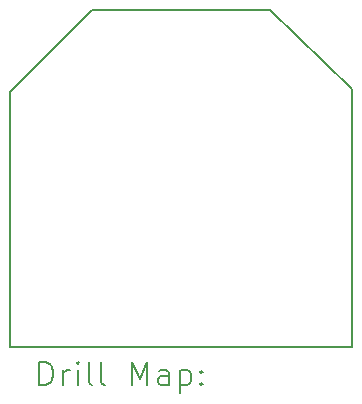
<source format=gbr>
%TF.GenerationSoftware,KiCad,Pcbnew,8.0.6*%
%TF.CreationDate,2024-12-04T14:05:33-08:00*%
%TF.ProjectId,micromppt,6d696372-6f6d-4707-9074-2e6b69636164,rev?*%
%TF.SameCoordinates,Original*%
%TF.FileFunction,Drillmap*%
%TF.FilePolarity,Positive*%
%FSLAX45Y45*%
G04 Gerber Fmt 4.5, Leading zero omitted, Abs format (unit mm)*
G04 Created by KiCad (PCBNEW 8.0.6) date 2024-12-04 14:05:33*
%MOMM*%
%LPD*%
G01*
G04 APERTURE LIST*
%ADD10C,0.200000*%
G04 APERTURE END LIST*
D10*
X9400000Y-6775000D02*
X9400000Y-4590000D01*
X6500000Y-4610000D02*
X6500000Y-6775000D01*
X6500000Y-4610000D02*
X7200000Y-3920000D01*
X9400000Y-4590000D02*
X8700000Y-3920000D01*
X8700000Y-3920000D02*
X7200000Y-3920000D01*
X6500000Y-6775000D02*
X9400000Y-6775000D01*
X6750777Y-7096484D02*
X6750777Y-6896484D01*
X6750777Y-6896484D02*
X6798396Y-6896484D01*
X6798396Y-6896484D02*
X6826967Y-6906008D01*
X6826967Y-6906008D02*
X6846015Y-6925055D01*
X6846015Y-6925055D02*
X6855539Y-6944103D01*
X6855539Y-6944103D02*
X6865062Y-6982198D01*
X6865062Y-6982198D02*
X6865062Y-7010769D01*
X6865062Y-7010769D02*
X6855539Y-7048865D01*
X6855539Y-7048865D02*
X6846015Y-7067912D01*
X6846015Y-7067912D02*
X6826967Y-7086960D01*
X6826967Y-7086960D02*
X6798396Y-7096484D01*
X6798396Y-7096484D02*
X6750777Y-7096484D01*
X6950777Y-7096484D02*
X6950777Y-6963150D01*
X6950777Y-7001246D02*
X6960301Y-6982198D01*
X6960301Y-6982198D02*
X6969824Y-6972674D01*
X6969824Y-6972674D02*
X6988872Y-6963150D01*
X6988872Y-6963150D02*
X7007920Y-6963150D01*
X7074586Y-7096484D02*
X7074586Y-6963150D01*
X7074586Y-6896484D02*
X7065062Y-6906008D01*
X7065062Y-6906008D02*
X7074586Y-6915531D01*
X7074586Y-6915531D02*
X7084110Y-6906008D01*
X7084110Y-6906008D02*
X7074586Y-6896484D01*
X7074586Y-6896484D02*
X7074586Y-6915531D01*
X7198396Y-7096484D02*
X7179348Y-7086960D01*
X7179348Y-7086960D02*
X7169824Y-7067912D01*
X7169824Y-7067912D02*
X7169824Y-6896484D01*
X7303158Y-7096484D02*
X7284110Y-7086960D01*
X7284110Y-7086960D02*
X7274586Y-7067912D01*
X7274586Y-7067912D02*
X7274586Y-6896484D01*
X7531729Y-7096484D02*
X7531729Y-6896484D01*
X7531729Y-6896484D02*
X7598396Y-7039341D01*
X7598396Y-7039341D02*
X7665062Y-6896484D01*
X7665062Y-6896484D02*
X7665062Y-7096484D01*
X7846015Y-7096484D02*
X7846015Y-6991722D01*
X7846015Y-6991722D02*
X7836491Y-6972674D01*
X7836491Y-6972674D02*
X7817443Y-6963150D01*
X7817443Y-6963150D02*
X7779348Y-6963150D01*
X7779348Y-6963150D02*
X7760301Y-6972674D01*
X7846015Y-7086960D02*
X7826967Y-7096484D01*
X7826967Y-7096484D02*
X7779348Y-7096484D01*
X7779348Y-7096484D02*
X7760301Y-7086960D01*
X7760301Y-7086960D02*
X7750777Y-7067912D01*
X7750777Y-7067912D02*
X7750777Y-7048865D01*
X7750777Y-7048865D02*
X7760301Y-7029817D01*
X7760301Y-7029817D02*
X7779348Y-7020293D01*
X7779348Y-7020293D02*
X7826967Y-7020293D01*
X7826967Y-7020293D02*
X7846015Y-7010769D01*
X7941253Y-6963150D02*
X7941253Y-7163150D01*
X7941253Y-6972674D02*
X7960301Y-6963150D01*
X7960301Y-6963150D02*
X7998396Y-6963150D01*
X7998396Y-6963150D02*
X8017443Y-6972674D01*
X8017443Y-6972674D02*
X8026967Y-6982198D01*
X8026967Y-6982198D02*
X8036491Y-7001246D01*
X8036491Y-7001246D02*
X8036491Y-7058388D01*
X8036491Y-7058388D02*
X8026967Y-7077436D01*
X8026967Y-7077436D02*
X8017443Y-7086960D01*
X8017443Y-7086960D02*
X7998396Y-7096484D01*
X7998396Y-7096484D02*
X7960301Y-7096484D01*
X7960301Y-7096484D02*
X7941253Y-7086960D01*
X8122205Y-7077436D02*
X8131729Y-7086960D01*
X8131729Y-7086960D02*
X8122205Y-7096484D01*
X8122205Y-7096484D02*
X8112682Y-7086960D01*
X8112682Y-7086960D02*
X8122205Y-7077436D01*
X8122205Y-7077436D02*
X8122205Y-7096484D01*
X8122205Y-6972674D02*
X8131729Y-6982198D01*
X8131729Y-6982198D02*
X8122205Y-6991722D01*
X8122205Y-6991722D02*
X8112682Y-6982198D01*
X8112682Y-6982198D02*
X8122205Y-6972674D01*
X8122205Y-6972674D02*
X8122205Y-6991722D01*
M02*

</source>
